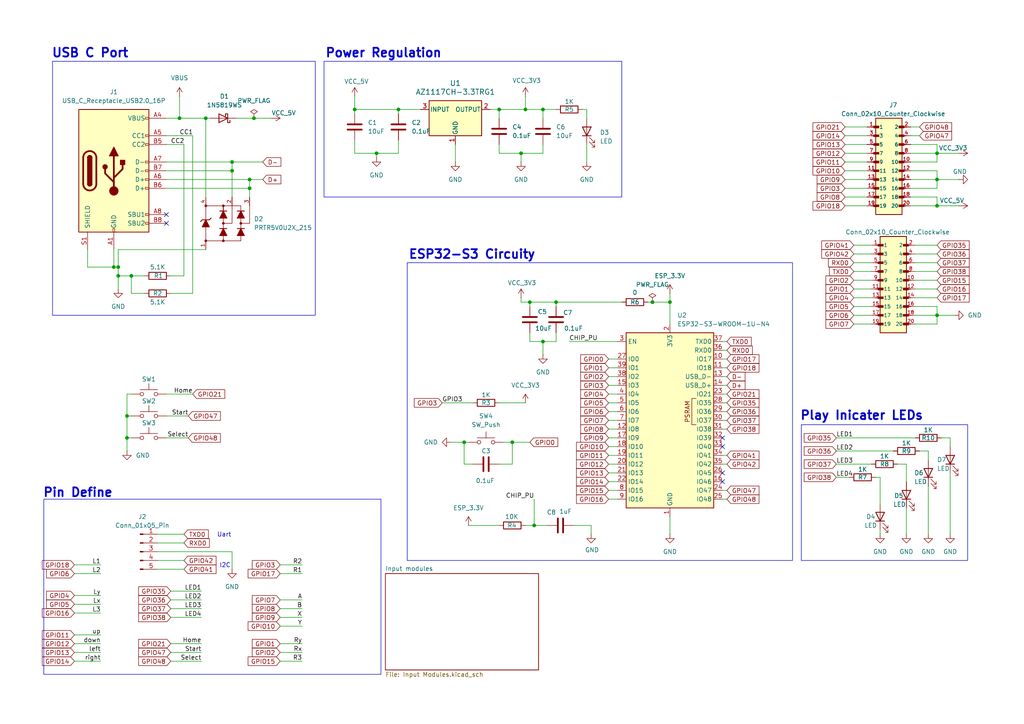
<source format=kicad_sch>
(kicad_sch (version 20250114) (generator "eeschema") (generator_version "9.0")
  (paper "A4")
  (title_block (title "MCU Carrier Board") (date "2025-09-26") (rev "0.6") (company "OSHE"))
  (rectangle (start 12.7 144.78) (end 110.49 195.58))
  (rectangle (start 15.24 17.78) (end 91.44 91.44))
  (rectangle (start 232.41 123.19) (end 280.67 162.56))
  (rectangle (start 118.11 76.2) (end 229.87 162.56))
  (rectangle (start 93.98 17.78) (end 180.34 57.15))
  (text "ESP32-S3 Circuity" (at 136.906 73.914 0) (effects (font (size 2.54 2.54) (thickness 0.508) (bold yes))))
  (text "Uart\n" (at 65.024 155.194 0) (effects (font (size 1.27 1.27))))
  (text "USB C Port" (at 26.162 15.494 0) (effects (font (size 2.54 2.54) (thickness 0.508) (bold yes))))
  (text "Play Inicater LEDs" (at 249.936 120.65 0) (effects (font (size 2.54 2.54) (thickness 0.508) (bold yes))))
  (text "I2C\n" (at 65.278 164.084 0) (effects (font (size 1.27 1.27))))
  (text "Power Regulation\n" (at 111.252 15.494 0) (effects (font (size 2.54 2.54) (thickness 0.508) (bold yes))))
  (text "Pin Define\n" (at 22.606 143.002 0) (effects (font (size 2.54 2.54) (thickness 0.508) (bold yes))))
  (junction (at 153.67 87.63))
  (junction (at 52.07 34.29))
  (junction (at 144.78 31.75))
  (junction (at 152.4 31.75))
  (junction (at 33.02 77.47))
  (junction (at 161.29 87.63))
  (junction (at 115.57 31.75))
  (junction (at 36.83 120.65))
  (junction (at 72.39 52.07))
  (junction (at 271.78 44.45))
  (junction (at 148.59 128.27))
  (junction (at 157.48 99.06))
  (junction (at 271.78 91.44))
  (junction (at 157.48 31.75))
  (junction (at 154.94 152.4))
  (junction (at 38.1 80.01))
  (junction (at 34.29 80.01))
  (junction (at 34.29 77.47))
  (junction (at 151.13 44.45))
  (junction (at 67.31 49.53))
  (junction (at 109.22 44.45))
  (junction (at 72.39 54.61))
  (junction (at 73.66 34.29))
  (junction (at 36.83 127))
  (junction (at 189.23 87.63))
  (junction (at 67.31 46.99))
  (junction (at 271.78 52.07))
  (junction (at 102.87 31.75))
  (junction (at 134.62 128.27))
  (junction (at 59.69 34.29))
  (junction (at 194.31 87.63))
  (junction (at 271.78 59.69))
  (no_connect (at 209.55 139.7))
  (no_connect (at 209.55 127))
  (no_connect (at 48.26 64.77))
  (no_connect (at 209.55 129.54))
  (no_connect (at 48.26 62.23))
  (no_connect (at 209.55 137.16))
  (wire (pts (xy 161.29 87.63) (xy 161.29 88.9)))
  (wire (pts (xy 247.65 78.74) (xy 252.73 78.74)))
  (wire (pts (xy 176.53 104.14) (xy 179.07 104.14)))
  (wire (pts (xy 81.28 191.77) (xy 87.63 191.77)))
  (wire (pts (xy 153.67 87.63) (xy 161.29 87.63)))
  (wire (pts (xy 134.62 128.27) (xy 134.62 134.62)))
  (wire (pts (xy 161.29 87.63) (xy 180.34 87.63)))
  (wire (pts (xy 245.11 46.99) (xy 251.46 46.99)))
  (wire (pts (xy 49.53 173.99) (xy 58.42 173.99)))
  (wire (pts (xy 210.82 106.68) (xy 209.55 106.68)))
  (wire (pts (xy 210.82 121.92) (xy 209.55 121.92)))
  (wire (pts (xy 210.82 134.62) (xy 209.55 134.62)))
  (wire (pts (xy 157.48 41.91) (xy 157.48 44.45)))
  (wire (pts (xy 153.67 99.06) (xy 157.48 99.06)))
  (wire (pts (xy 265.43 83.82) (xy 271.78 83.82)))
  (wire (pts (xy 264.16 52.07) (xy 271.78 52.07)))
  (wire (pts (xy 34.29 80.01) (xy 34.29 77.47)))
  (wire (pts (xy 144.78 41.91) (xy 144.78 44.45)))
  (wire (pts (xy 49.53 176.53) (xy 58.42 176.53)))
  (wire (pts (xy 102.87 33.02) (xy 102.87 31.75)))
  (wire (pts (xy 194.31 85.09) (xy 194.31 87.63)))
  (wire (pts (xy 176.53 132.08) (xy 179.07 132.08)))
  (wire (pts (xy 242.57 130.81) (xy 259.08 130.81)))
  (wire (pts (xy 34.29 83.82) (xy 34.29 80.01)))
  (wire (pts (xy 144.78 116.84) (xy 152.4 116.84)))
  (wire (pts (xy 21.59 163.83) (xy 29.21 163.83)))
  (wire (pts (xy 102.87 31.75) (xy 115.57 31.75)))
  (wire (pts (xy 210.82 132.08) (xy 209.55 132.08)))
  (wire (pts (xy 269.24 130.81) (xy 266.7 130.81)))
  (wire (pts (xy 154.94 152.4) (xy 154.94 144.78)))
  (wire (pts (xy 176.53 134.62) (xy 179.07 134.62)))
  (wire (pts (xy 81.28 189.23) (xy 87.63 189.23)))
  (wire (pts (xy 271.78 88.9) (xy 271.78 91.44)))
  (wire (pts (xy 245.11 41.91) (xy 251.46 41.91)))
  (wire (pts (xy 154.94 152.4) (xy 158.75 152.4)))
  (wire (pts (xy 210.82 124.46) (xy 209.55 124.46)))
  (wire (pts (xy 176.53 124.46) (xy 179.07 124.46)))
  (wire (pts (xy 170.18 41.91) (xy 170.18 46.99)))
  (wire (pts (xy 262.89 134.62) (xy 262.89 139.7)))
  (wire (pts (xy 134.62 128.27) (xy 135.89 128.27)))
  (wire (pts (xy 152.4 152.4) (xy 154.94 152.4)))
  (wire (pts (xy 264.16 57.15) (xy 271.78 57.15)))
  (wire (pts (xy 81.28 179.07) (xy 87.63 179.07)))
  (wire (pts (xy 34.29 72.39) (xy 34.29 77.47)))
  (wire (pts (xy 153.67 96.52) (xy 153.67 99.06)))
  (wire (pts (xy 48.26 49.53) (xy 67.31 49.53)))
  (wire (pts (xy 176.53 111.76) (xy 179.07 111.76)))
  (wire (pts (xy 21.59 184.15) (xy 29.21 184.15)))
  (wire (pts (xy 271.78 41.91) (xy 271.78 44.45)))
  (wire (pts (xy 170.18 31.75) (xy 168.91 31.75)))
  (wire (pts (xy 81.28 176.53) (xy 87.63 176.53)))
  (wire (pts (xy 176.53 137.16) (xy 179.07 137.16)))
  (wire (pts (xy 247.65 71.12) (xy 252.73 71.12)))
  (wire (pts (xy 245.11 39.37) (xy 251.46 39.37)))
  (wire (pts (xy 176.53 119.38) (xy 179.07 119.38)))
  (wire (pts (xy 265.43 93.98) (xy 271.78 93.98)))
  (wire (pts (xy 245.11 57.15) (xy 251.46 57.15)))
  (wire (pts (xy 109.22 44.45) (xy 109.22 45.72)))
  (wire (pts (xy 81.28 166.37) (xy 87.63 166.37)))
  (wire (pts (xy 73.66 34.29) (xy 78.74 34.29)))
  (wire (pts (xy 25.4 77.47) (xy 33.02 77.47)))
  (wire (pts (xy 59.69 34.29) (xy 60.96 34.29)))
  (wire (pts (xy 144.78 31.75) (xy 144.78 34.29)))
  (wire (pts (xy 48.26 39.37) (xy 55.88 39.37)))
  (wire (pts (xy 265.43 73.66) (xy 271.78 73.66)))
  (wire (pts (xy 52.07 34.29) (xy 59.69 34.29)))
  (wire (pts (xy 271.78 91.44) (xy 276.86 91.44)))
  (wire (pts (xy 247.65 83.82) (xy 252.73 83.82)))
  (wire (pts (xy 21.59 175.26) (xy 29.21 175.26)))
  (wire (pts (xy 171.45 154.94) (xy 171.45 152.4)))
  (wire (pts (xy 68.58 34.29) (xy 73.66 34.29)))
  (wire (pts (xy 245.11 52.07) (xy 251.46 52.07)))
  (wire (pts (xy 49.53 191.77) (xy 58.42 191.77)))
  (wire (pts (xy 210.82 101.6) (xy 209.55 101.6)))
  (wire (pts (xy 135.89 152.4) (xy 144.78 152.4)))
  (wire (pts (xy 247.65 73.66) (xy 252.73 73.66)))
  (wire (pts (xy 176.53 144.78) (xy 179.07 144.78)))
  (wire (pts (xy 36.83 114.3) (xy 38.1 114.3)))
  (wire (pts (xy 21.59 166.37) (xy 29.21 166.37)))
  (wire (pts (xy 148.59 128.27) (xy 146.05 128.27)))
  (wire (pts (xy 33.02 77.47) (xy 34.29 77.47)))
  (wire (pts (xy 247.65 86.36) (xy 252.73 86.36)))
  (wire (pts (xy 210.82 99.06) (xy 209.55 99.06)))
  (wire (pts (xy 194.31 149.86) (xy 194.31 154.94)))
  (wire (pts (xy 137.16 134.62) (xy 134.62 134.62)))
  (wire (pts (xy 48.26 127) (xy 54.61 127)))
  (wire (pts (xy 152.4 31.75) (xy 157.48 31.75)))
  (wire (pts (xy 247.65 93.98) (xy 252.73 93.98)))
  (wire (pts (xy 210.82 116.84) (xy 209.55 116.84)))
  (wire (pts (xy 115.57 31.75) (xy 121.92 31.75)))
  (wire (pts (xy 271.78 59.69) (xy 278.13 59.69)))
  (wire (pts (xy 262.89 134.62) (xy 260.35 134.62)))
  (wire (pts (xy 210.82 142.24) (xy 209.55 142.24)))
  (wire (pts (xy 245.11 54.61) (xy 251.46 54.61)))
  (wire (pts (xy 38.1 85.09) (xy 38.1 80.01)))
  (wire (pts (xy 176.53 127) (xy 179.07 127)))
  (wire (pts (xy 245.11 49.53) (xy 251.46 49.53)))
  (wire (pts (xy 21.59 191.77) (xy 29.21 191.77)))
  (wire (pts (xy 245.11 36.83) (xy 251.46 36.83)))
  (wire (pts (xy 109.22 44.45) (xy 102.87 44.45)))
  (wire (pts (xy 266.7 36.83) (xy 264.16 36.83)))
  (wire (pts (xy 36.83 120.65) (xy 38.1 120.65)))
  (wire (pts (xy 45.72 154.94) (xy 53.34 154.94)))
  (wire (pts (xy 36.83 120.65) (xy 36.83 114.3)))
  (wire (pts (xy 49.53 171.45) (xy 58.42 171.45)))
  (wire (pts (xy 275.59 137.16) (xy 275.59 154.94)))
  (wire (pts (xy 265.43 81.28) (xy 271.78 81.28)))
  (wire (pts (xy 36.83 120.65) (xy 36.83 127)))
  (wire (pts (xy 115.57 33.02) (xy 115.57 31.75)))
  (wire (pts (xy 33.02 72.39) (xy 33.02 77.47)))
  (wire (pts (xy 265.43 76.2) (xy 271.78 76.2)))
  (wire (pts (xy 271.78 49.53) (xy 271.78 52.07)))
  (wire (pts (xy 53.34 162.56) (xy 45.72 162.56)))
  (wire (pts (xy 265.43 71.12) (xy 271.78 71.12)))
  (wire (pts (xy 176.53 139.7) (xy 179.07 139.7)))
  (wire (pts (xy 21.59 189.23) (xy 29.21 189.23)))
  (wire (pts (xy 115.57 44.45) (xy 109.22 44.45)))
  (wire (pts (xy 176.53 121.92) (xy 179.07 121.92)))
  (wire (pts (xy 81.28 163.83) (xy 87.63 163.83)))
  (wire (pts (xy 264.16 54.61) (xy 271.78 54.61)))
  (wire (pts (xy 72.39 54.61) (xy 72.39 57.15)))
  (wire (pts (xy 271.78 46.99) (xy 271.78 44.45)))
  (wire (pts (xy 67.31 160.02) (xy 45.72 160.02)))
  (wire (pts (xy 153.67 87.63) (xy 153.67 88.9)))
  (wire (pts (xy 115.57 40.64) (xy 115.57 44.45)))
  (wire (pts (xy 171.45 152.4) (xy 166.37 152.4)))
  (wire (pts (xy 176.53 106.68) (xy 179.07 106.68)))
  (wire (pts (xy 189.23 87.63) (xy 194.31 87.63)))
  (wire (pts (xy 264.16 59.69) (xy 271.78 59.69)))
  (wire (pts (xy 247.65 81.28) (xy 252.73 81.28)))
  (wire (pts (xy 53.34 41.91) (xy 53.34 80.01)))
  (wire (pts (xy 81.28 173.99) (xy 87.63 173.99)))
  (wire (pts (xy 72.39 52.07) (xy 72.39 54.61)))
  (wire (pts (xy 130.81 128.27) (xy 134.62 128.27)))
  (wire (pts (xy 157.48 31.75) (xy 157.48 34.29)))
  (wire (pts (xy 151.13 44.45) (xy 157.48 44.45)))
  (wire (pts (xy 152.4 27.94) (xy 152.4 31.75)))
  (wire (pts (xy 255.27 153.67) (xy 255.27 154.94)))
  (wire (pts (xy 38.1 80.01) (xy 41.91 80.01)))
  (wire (pts (xy 53.34 165.1) (xy 45.72 165.1)))
  (wire (pts (xy 151.13 87.63) (xy 153.67 87.63)))
  (wire (pts (xy 275.59 127) (xy 275.59 129.54)))
  (wire (pts (xy 49.53 186.69) (xy 58.42 186.69)))
  (wire (pts (xy 48.26 52.07) (xy 72.39 52.07)))
  (wire (pts (xy 210.82 119.38) (xy 209.55 119.38)))
  (wire (pts (xy 157.48 99.06) (xy 157.48 102.87)))
  (wire (pts (xy 21.59 172.72) (xy 29.21 172.72)))
  (wire (pts (xy 144.78 44.45) (xy 151.13 44.45)))
  (wire (pts (xy 176.53 109.22) (xy 179.07 109.22)))
  (wire (pts (xy 144.78 31.75) (xy 152.4 31.75)))
  (wire (pts (xy 142.24 31.75) (xy 144.78 31.75)))
  (wire (pts (xy 157.48 31.75) (xy 161.29 31.75)))
  (wire (pts (xy 48.26 114.3) (xy 55.88 114.3)))
  (wire (pts (xy 269.24 140.97) (xy 269.24 154.94)))
  (wire (pts (xy 41.91 85.09) (xy 38.1 85.09)))
  (wire (pts (xy 67.31 46.99) (xy 67.31 49.53)))
  (wire (pts (xy 265.43 86.36) (xy 271.78 86.36)))
  (wire (pts (xy 210.82 104.14) (xy 209.55 104.14)))
  (wire (pts (xy 265.43 78.74) (xy 271.78 78.74)))
  (wire (pts (xy 176.53 114.3) (xy 179.07 114.3)))
  (wire (pts (xy 187.96 87.63) (xy 189.23 87.63)))
  (wire (pts (xy 210.82 109.22) (xy 209.55 109.22)))
  (wire (pts (xy 81.28 181.61) (xy 87.63 181.61)))
  (wire (pts (xy 52.07 27.94) (xy 52.07 34.29)))
  (wire (pts (xy 151.13 86.36) (xy 151.13 87.63)))
  (wire (pts (xy 49.53 189.23) (xy 58.42 189.23)))
  (wire (pts (xy 194.31 93.98) (xy 194.31 87.63)))
  (wire (pts (xy 148.59 128.27) (xy 153.67 128.27)))
  (wire (pts (xy 67.31 165.1) (xy 67.31 160.02)))
  (wire (pts (xy 271.78 93.98) (xy 271.78 91.44)))
  (wire (pts (xy 170.18 31.75) (xy 170.18 34.29)))
  (wire (pts (xy 76.2 52.07) (xy 72.39 52.07)))
  (wire (pts (xy 176.53 129.54) (xy 179.07 129.54)))
  (wire (pts (xy 21.59 177.8) (xy 29.21 177.8)))
  (wire (pts (xy 48.26 34.29) (xy 52.07 34.29)))
  (wire (pts (xy 210.82 114.3) (xy 209.55 114.3)))
  (wire (pts (xy 242.57 134.62) (xy 252.73 134.62)))
  (wire (pts (xy 264.16 44.45) (xy 271.78 44.45)))
  (wire (pts (xy 264.16 41.91) (xy 271.78 41.91)))
  (wire (pts (xy 247.65 88.9) (xy 252.73 88.9)))
  (wire (pts (xy 176.53 142.24) (xy 179.07 142.24)))
  (wire (pts (xy 242.57 138.43) (xy 246.38 138.43)))
  (wire (pts (xy 271.78 52.07) (xy 278.13 52.07)))
  (wire (pts (xy 165.1 99.06) (xy 179.07 99.06)))
  (wire (pts (xy 102.87 27.94) (xy 102.87 31.75)))
  (wire (pts (xy 25.4 72.39) (xy 25.4 77.47)))
  (wire (pts (xy 271.78 44.45) (xy 278.13 44.45)))
  (wire (pts (xy 148.59 134.62) (xy 148.59 128.27)))
  (wire (pts (xy 34.29 72.39) (xy 59.69 72.39)))
  (wire (pts (xy 161.29 96.52) (xy 161.29 99.06)))
  (wire (pts (xy 245.11 59.69) (xy 251.46 59.69)))
  (wire (pts (xy 210.82 111.76) (xy 209.55 111.76)))
  (wire (pts (xy 45.72 157.48) (xy 53.34 157.48)))
  (wire (pts (xy 76.2 46.99) (xy 67.31 46.99)))
  (wire (pts (xy 265.43 88.9) (xy 271.78 88.9)))
  (wire (pts (xy 255.27 138.43) (xy 255.27 146.05)))
  (wire (pts (xy 247.65 76.2) (xy 252.73 76.2)))
  (wire (pts (xy 210.82 144.78) (xy 209.55 144.78)))
  (wire (pts (xy 67.31 49.53) (xy 67.31 57.15)))
  (wire (pts (xy 55.88 85.09) (xy 49.53 85.09)))
  (wire (pts (xy 271.78 59.69) (xy 271.78 57.15)))
  (wire (pts (xy 255.27 138.43) (xy 254 138.43)))
  (wire (pts (xy 67.31 46.99) (xy 48.26 46.99)))
  (wire (pts (xy 266.7 39.37) (xy 264.16 39.37)))
  (wire (pts (xy 48.26 54.61) (xy 72.39 54.61)))
  (wire (pts (xy 262.89 147.32) (xy 262.89 154.94)))
  (wire (pts (xy 269.24 130.81) (xy 269.24 133.35)))
  (wire (pts (xy 102.87 40.64) (xy 102.87 44.45)))
  (wire (pts (xy 245.11 44.45) (xy 251.46 44.45)))
  (wire (pts (xy 247.65 91.44) (xy 252.73 91.44)))
  (wire (pts (xy 128.27 116.84) (xy 137.16 116.84)))
  (wire (pts (xy 264.16 49.53) (xy 271.78 49.53)))
  (wire (pts (xy 36.83 127) (xy 36.83 130.81)))
  (wire (pts (xy 55.88 39.37) (xy 55.88 85.09)))
  (wire (pts (xy 34.29 80.01) (xy 38.1 80.01)))
  (wire (pts (xy 157.48 99.06) (xy 161.29 99.06)))
  (wire (pts (xy 144.78 134.62) (xy 148.59 134.62)))
  (wire (pts (xy 59.69 34.29) (xy 59.69 57.15)))
  (wire (pts (xy 271.78 54.61) (xy 271.78 52.07)))
  (wire (pts (xy 53.34 80.01) (xy 49.53 80.01)))
  (wire (pts (xy 36.83 127) (xy 38.1 127)))
  (wire (pts (xy 49.53 179.07) (xy 58.42 179.07)))
  (wire (pts (xy 54.61 120.65) (xy 48.26 120.65)))
  (wire (pts (xy 81.28 186.69) (xy 87.63 186.69)))
  (wire (pts (xy 132.08 41.91) (xy 132.08 46.99)))
  (wire (pts (xy 265.43 91.44) (xy 271.78 91.44)))
  (wire (pts (xy 275.59 127) (xy 273.05 127)))
  (wire (pts (xy 176.53 116.84) (xy 179.07 116.84)))
  (wire (pts (xy 48.26 41.91) (xy 53.34 41.91)))
  (wire (pts (xy 21.59 186.69) (xy 29.21 186.69)))
  (wire (pts (xy 264.16 46.99) (xy 271.78 46.99)))
  (wire (pts (xy 242.57 127) (xy 265.43 127)))
  (wire (pts (xy 151.13 44.45) (xy 151.13 46.99)))
  (label "LED1" (at 242.57 127 0))
  (label "GPIO3" (at 128.27 116.84 0))
  (label "L3" (at 29.21 177.8 180))
  (label "LED2" (at 242.57 130.81 0))
  (label "R1" (at 87.63 166.37 180))
  (label "Rx" (at 87.63 189.23 180))
  (label "Start" (at 54.61 120.65 180))
  (label "CHIP_PU" (at 154.94 144.78 180))
  (label "CC2" (at 49.53 41.91 0))
  (label "CC1" (at 52.07 39.37 0))
  (label "L2" (at 29.21 166.37 180))
  (label "Lx" (at 29.21 175.26 180))
  (label "X" (at 87.63 179.07 180))
  (label "left" (at 29.21 189.23 180))
  (label "Ry" (at 87.63 186.69 180))
  (label "LED4" (at 58.42 179.07 180))
  (label "LED4" (at 242.57 138.43 0))
  (label "LED1" (at 58.42 171.45 180))
  (label "Select" (at 54.61 127 180))
  (label "down" (at 29.21 186.69 180))
  (label "Y" (at 87.63 181.61 180))
  (label "LED3" (at 58.42 176.53 180))
  (label "LED2" (at 58.42 173.99 180))
  (label "Home" (at 55.88 114.3 180))
  (label "Start" (at 58.42 189.23 180))
  (label "LED3" (at 242.57 134.62 0))
  (label "CHIP_PU" (at 165.1 99.06 0))
  (label "B" (at 87.63 176.53 180))
  (label "R3" (at 87.63 191.77 180))
  (label "up" (at 29.21 184.15 180))
  (label "A" (at 87.63 173.99 180))
  (label "R2" (at 87.63 163.83 180))
  (label "Home" (at 58.42 186.69 180))
  (label "right" (at 29.21 191.77 180))
  (label "Select" (at 58.42 191.77 180))
  (label "L1" (at 29.21 163.83 180))
  (label "Ly" (at 29.21 172.72 180))
  (global_label "GPIO2" (shape input) (at 247.65 81.28 180) (property "Intersheetrefs" "${INTERSHEET_REFS}" (effects (hide yes))))
  (global_label "GPIO48" (shape input) (at 54.61 127 0) (property "Intersheetrefs" "${INTERSHEET_REFS}" (effects (hide yes))))
  (global_label "GPIO15" (shape input) (at 176.53 142.24 180) (property "Intersheetrefs" "${INTERSHEET_REFS}" (effects (hide yes))))
  (global_label "GPIO2" (shape input) (at 81.28 189.23 180) (property "Intersheetrefs" "${INTERSHEET_REFS}" (effects (hide yes))))
  (global_label "GPIO10" (shape input) (at 81.28 181.61 180) (property "Intersheetrefs" "${INTERSHEET_REFS}" (effects (hide yes))))
  (global_label "GPIO14" (shape input) (at 176.53 139.7 180) (property "Intersheetrefs" "${INTERSHEET_REFS}" (effects (hide yes))))
  (global_label "GPIO41" (shape input) (at 210.82 132.08 0) (property "Intersheetrefs" "${INTERSHEET_REFS}" (effects (hide yes))))
  (global_label "GPIO16" (shape input) (at 21.59 177.8 180) (property "Intersheetrefs" "${INTERSHEET_REFS}" (effects (hide yes))))
  (global_label "GPIO38" (shape input) (at 242.57 138.43 180) (property "Intersheetrefs" "${INTERSHEET_REFS}" (effects (hide yes))))
  (global_label "GPIO38" (shape input) (at 49.53 179.07 180) (property "Intersheetrefs" "${INTERSHEET_REFS}" (effects (hide yes))))
  (global_label "GPIO6" (shape input) (at 21.59 166.37 180) (property "Intersheetrefs" "${INTERSHEET_REFS}" (effects (hide yes))))
  (global_label "GPIO8" (shape input) (at 176.53 124.46 180) (property "Intersheetrefs" "${INTERSHEET_REFS}" (effects (hide yes))))
  (global_label "GPIO3" (shape input) (at 176.53 111.76 180) (property "Intersheetrefs" "${INTERSHEET_REFS}" (effects (hide yes))))
  (global_label "GPIO11" (shape input) (at 21.59 184.15 180) (property "Intersheetrefs" "${INTERSHEET_REFS}" (effects (hide yes))))
  (global_label "GPIO37" (shape input) (at 49.53 176.53 180) (property "Intersheetrefs" "${INTERSHEET_REFS}" (effects (hide yes))))
  (global_label "D-" (shape input) (at 210.82 109.22 0) (property "Intersheetrefs" "${INTERSHEET_REFS}" (effects (hide yes))))
  (global_label "GPIO12" (shape input) (at 21.59 186.69 180) (property "Intersheetrefs" "${INTERSHEET_REFS}" (effects (hide yes))))
  (global_label "D+" (shape input) (at 76.2 52.07 0) (property "Intersheetrefs" "${INTERSHEET_REFS}" (effects (hide yes))))
  (global_label "RXD0" (shape input) (at 247.65 76.2 180) (property "Intersheetrefs" "${INTERSHEET_REFS}" (effects (hide yes))))
  (global_label "GPIO0" (shape input) (at 176.53 104.14 180) (property "Intersheetrefs" "${INTERSHEET_REFS}" (effects (hide yes))))
  (global_label "GPIO8" (shape input) (at 81.28 176.53 180) (property "Intersheetrefs" "${INTERSHEET_REFS}" (effects (hide yes))))
  (global_label "GPIO9" (shape input) (at 245.11 52.07 180) (property "Intersheetrefs" "${INTERSHEET_REFS}" (effects (hide yes))))
  (global_label "GPIO14" (shape input) (at 245.11 39.37 180) (property "Intersheetrefs" "${INTERSHEET_REFS}" (effects (hide yes))))
  (global_label "GPIO14" (shape input) (at 21.59 191.77 180) (property "Intersheetrefs" "${INTERSHEET_REFS}" (effects (hide yes))))
  (global_label "GPIO1" (shape input) (at 176.53 106.68 180) (property "Intersheetrefs" "${INTERSHEET_REFS}" (effects (hide yes))))
  (global_label "GPIO36" (shape input) (at 242.57 130.81 180) (property "Intersheetrefs" "${INTERSHEET_REFS}" (effects (hide yes))))
  (global_label "GPIO0" (shape input) (at 153.67 128.27 0) (property "Intersheetrefs" "${INTERSHEET_REFS}" (effects (hide yes))))
  (global_label "GPIO4" (shape input) (at 247.65 86.36 180) (property "Intersheetrefs" "${INTERSHEET_REFS}" (effects (hide yes))))
  (global_label "GPIO15" (shape input) (at 81.28 191.77 180) (property "Intersheetrefs" "${INTERSHEET_REFS}" (effects (hide yes))))
  (global_label "TXD0" (shape input) (at 53.34 154.94 0) (property "Intersheetrefs" "${INTERSHEET_REFS}" (effects (hide yes))))
  (global_label "GPIO41" (shape input) (at 247.65 71.12 180) (property "Intersheetrefs" "${INTERSHEET_REFS}" (effects (hide yes))))
  (global_label "GPIO17" (shape input) (at 210.82 104.14 0) (property "Intersheetrefs" "${INTERSHEET_REFS}" (effects (hide yes))))
  (global_label "GPIO21" (shape input) (at 210.82 114.3 0) (property "Intersheetrefs" "${INTERSHEET_REFS}" (effects (hide yes))))
  (global_label "GPIO13" (shape input) (at 21.59 189.23 180) (property "Intersheetrefs" "${INTERSHEET_REFS}" (effects (hide yes))))
  (global_label "RXD0" (shape input) (at 53.34 157.48 0) (property "Intersheetrefs" "${INTERSHEET_REFS}" (effects (hide yes))))
  (global_label "GPIO35" (shape input) (at 49.53 171.45 180) (property "Intersheetrefs" "${INTERSHEET_REFS}" (effects (hide yes))))
  (global_label "GPIO3" (shape input) (at 128.27 116.84 180) (property "Intersheetrefs" "${INTERSHEET_REFS}" (effects (hide yes))))
  (global_label "GPIO11" (shape input) (at 245.11 46.99 180) (property "Intersheetrefs" "${INTERSHEET_REFS}" (effects (hide yes))))
  (global_label "GPIO16" (shape input) (at 176.53 144.78 180) (property "Intersheetrefs" "${INTERSHEET_REFS}" (effects (hide yes))))
  (global_label "GPIO12" (shape input) (at 176.53 134.62 180) (property "Intersheetrefs" "${INTERSHEET_REFS}" (effects (hide yes))))
  (global_label "GPIO7" (shape input) (at 247.65 93.98 180) (property "Intersheetrefs" "${INTERSHEET_REFS}" (effects (hide yes))))
  (global_label "GPIO9" (shape input) (at 81.28 179.07 180) (property "Intersheetrefs" "${INTERSHEET_REFS}" (effects (hide yes))))
  (global_label "TXD0" (shape input) (at 247.65 78.74 180) (property "Intersheetrefs" "${INTERSHEET_REFS}" (effects (hide yes))))
  (global_label "GPIO37" (shape input) (at 242.57 134.62 180) (property "Intersheetrefs" "${INTERSHEET_REFS}" (effects (hide yes))))
  (global_label "GPIO18" (shape input) (at 210.82 106.68 0) (property "Intersheetrefs" "${INTERSHEET_REFS}" (effects (hide yes))))
  (global_label "GPIO3" (shape input) (at 245.11 54.61 180) (property "Intersheetrefs" "${INTERSHEET_REFS}" (effects (hide yes))))
  (global_label "GPIO18" (shape input) (at 245.11 59.69 180) (property "Intersheetrefs" "${INTERSHEET_REFS}" (effects (hide yes))))
  (global_label "GPIO13" (shape input) (at 245.11 41.91 180) (property "Intersheetrefs" "${INTERSHEET_REFS}" (effects (hide yes))))
  (global_label "GPIO36" (shape input) (at 271.78 73.66 0) (property "Intersheetrefs" "${INTERSHEET_REFS}" (effects (hide yes))))
  (global_label "GPIO17" (shape input) (at 81.28 166.37 180) (property "Intersheetrefs" "${INTERSHEET_REFS}" (effects (hide yes))))
  (global_label "D-" (shape input) (at 76.2 46.99 0) (property "Intersheetrefs" "${INTERSHEET_REFS}" (effects (hide yes))))
  (global_label "GPIO5" (shape input) (at 21.59 175.26 180) (property "Intersheetrefs" "${INTERSHEET_REFS}" (effects (hide yes))))
  (global_label "GPIO38" (shape input) (at 271.78 78.74 0) (property "Intersheetrefs" "${INTERSHEET_REFS}" (effects (hide yes))))
  (global_label "GPIO15" (shape input) (at 271.78 81.28 0) (property "Intersheetrefs" "${INTERSHEET_REFS}" (effects (hide yes))))
  (global_label "GPIO42" (shape input) (at 210.82 134.62 0) (property "Intersheetrefs" "${INTERSHEET_REFS}" (effects (hide yes))))
  (global_label "GPIO47" (shape input) (at 54.61 120.65 0) (property "Intersheetrefs" "${INTERSHEET_REFS}" (effects (hide yes))))
  (global_label "GPIO4" (shape input) (at 21.59 172.72 180) (property "Intersheetrefs" "${INTERSHEET_REFS}" (effects (hide yes))))
  (global_label "GPIO8" (shape input) (at 245.11 57.15 180) (property "Intersheetrefs" "${INTERSHEET_REFS}" (effects (hide yes))))
  (global_label "GPIO35" (shape input) (at 271.78 71.12 0) (property "Intersheetrefs" "${INTERSHEET_REFS}" (effects (hide yes))))
  (global_label "GPIO2" (shape input) (at 176.53 109.22 180) (property "Intersheetrefs" "${INTERSHEET_REFS}" (effects (hide yes))))
  (global_label "GPIO41" (shape input) (at 53.34 165.1 0) (property "Intersheetrefs" "${INTERSHEET_REFS}" (effects (hide yes))))
  (global_label "RXD0" (shape input) (at 210.82 101.6 0) (property "Intersheetrefs" "${INTERSHEET_REFS}" (effects (hide yes))))
  (global_label "TXD0" (shape input) (at 210.82 99.06 0) (property "Intersheetrefs" "${INTERSHEET_REFS}" (effects (hide yes))))
  (global_label "GPIO48" (shape input) (at 266.7 36.83 0) (property "Intersheetrefs" "${INTERSHEET_REFS}" (effects (hide yes))))
  (global_label "GPIO10" (shape input) (at 176.53 129.54 180) (property "Intersheetrefs" "${INTERSHEET_REFS}" (effects (hide yes))))
  (global_label "GPIO7" (shape input) (at 81.28 173.99 180) (property "Intersheetrefs" "${INTERSHEET_REFS}" (effects (hide yes))))
  (global_label "GPIO9" (shape input) (at 176.53 127 180) (property "Intersheetrefs" "${INTERSHEET_REFS}" (effects (hide yes))))
  (global_label "GPIO7" (shape input) (at 176.53 121.92 180) (property "Intersheetrefs" "${INTERSHEET_REFS}" (effects (hide yes))))
  (global_label "GPIO47" (shape input) (at 266.7 39.37 0) (property "Intersheetrefs" "${INTERSHEET_REFS}" (effects (hide yes))))
  (global_label "GPIO13" (shape input) (at 176.53 137.16 180) (property "Intersheetrefs" "${INTERSHEET_REFS}" (effects (hide yes))))
  (global_label "GPIO6" (shape input) (at 176.53 119.38 180) (property "Intersheetrefs" "${INTERSHEET_REFS}" (effects (hide yes))))
  (global_label "GPIO1" (shape input) (at 247.65 83.82 180) (property "Intersheetrefs" "${INTERSHEET_REFS}" (effects (hide yes))))
  (global_label "GPIO10" (shape input) (at 245.11 49.53 180) (property "Intersheetrefs" "${INTERSHEET_REFS}" (effects (hide yes))))
  (global_label "GPIO18" (shape input) (at 21.59 163.83 180) (property "Intersheetrefs" "${INTERSHEET_REFS}" (effects (hide yes))))
  (global_label "GPIO6" (shape input) (at 247.65 91.44 180) (property "Intersheetrefs" "${INTERSHEET_REFS}" (effects (hide yes))))
  (global_label "GPIO37" (shape input) (at 271.78 76.2 0) (property "Intersheetrefs" "${INTERSHEET_REFS}" (effects (hide yes))))
  (global_label "GPIO35" (shape input) (at 210.82 116.84 0) (property "Intersheetrefs" "${INTERSHEET_REFS}" (effects (hide yes))))
  (global_label "GPIO36" (shape input) (at 210.82 119.38 0) (property "Intersheetrefs" "${INTERSHEET_REFS}" (effects (hide yes))))
  (global_label "GPIO37" (shape input) (at 210.82 121.92 0) (property "Intersheetrefs" "${INTERSHEET_REFS}" (effects (hide yes))))
  (global_label "GPIO48" (shape input) (at 210.82 144.78 0) (property "Intersheetrefs" "${INTERSHEET_REFS}" (effects (hide yes))))
  (global_label "GPIO42" (shape input) (at 53.34 162.56 0) (property "Intersheetrefs" "${INTERSHEET_REFS}" (effects (hide yes))))
  (global_label "GPIO17" (shape input) (at 271.78 86.36 0) (property "Intersheetrefs" "${INTERSHEET_REFS}" (effects (hide yes))))
  (global_label "GPIO1" (shape input) (at 81.28 186.69 180) (property "Intersheetrefs" "${INTERSHEET_REFS}" (effects (hide yes))))
  (global_label "GPIO42" (shape input) (at 247.65 73.66 180) (property "Intersheetrefs" "${INTERSHEET_REFS}" (effects (hide yes))))
  (global_label "GPIO16" (shape input) (at 271.78 83.82 0) (property "Intersheetrefs" "${INTERSHEET_REFS}" (effects (hide yes))))
  (global_label "GPIO5" (shape input) (at 247.65 88.9 180) (property "Intersheetrefs" "${INTERSHEET_REFS}" (effects (hide yes))))
  (global_label "GPIO38" (shape input) (at 210.82 124.46 0) (property "Intersheetrefs" "${INTERSHEET_REFS}" (effects (hide yes))))
  (global_label "GPIO36" (shape input) (at 49.53 173.99 180) (property "Intersheetrefs" "${INTERSHEET_REFS}" (effects (hide yes))))
  (global_label "GPIO47" (shape input) (at 49.53 189.23 180) (property "Intersheetrefs" "${INTERSHEET_REFS}" (effects (hide yes))))
  (global_label "GPIO5" (shape input) (at 176.53 116.84 180) (property "Intersheetrefs" "${INTERSHEET_REFS}" (effects (hide yes))))
  (global_label "GPIO3" (shape input) (at 81.28 163.83 180) (property "Intersheetrefs" "${INTERSHEET_REFS}" (effects (hide yes))))
  (global_label "GPIO21" (shape input) (at 49.53 186.69 180) (property "Intersheetrefs" "${INTERSHEET_REFS}" (effects (hide yes))))
  (global_label "GPIO4" (shape input) (at 176.53 114.3 180) (property "Intersheetrefs" "${INTERSHEET_REFS}" (effects (hide yes))))
  (global_label "GPIO47" (shape input) (at 210.82 142.24 0) (property "Intersheetrefs" "${INTERSHEET_REFS}" (effects (hide yes))))
  (global_label "GPIO21" (shape input) (at 245.11 36.83 180) (property "Intersheetrefs" "${INTERSHEET_REFS}" (effects (hide yes))))
  (global_label "GPIO21" (shape input) (at 55.88 114.3 0) (property "Intersheetrefs" "${INTERSHEET_REFS}" (effects (hide yes))))
  (global_label "D+" (shape input) (at 210.82 111.76 0) (property "Intersheetrefs" "${INTERSHEET_REFS}" (effects (hide yes))))
  (global_label "GPIO12" (shape input) (at 245.11 44.45 180) (property "Intersheetrefs" "${INTERSHEET_REFS}" (effects (hide yes))))
  (global_label "GPIO35" (shape input) (at 242.57 127 180) (property "Intersheetrefs" "${INTERSHEET_REFS}" (effects (hide yes))))
  (global_label "GPIO11" (shape input) (at 176.53 132.08 180) (property "Intersheetrefs" "${INTERSHEET_REFS}" (effects (hide yes))))
  (global_label "GPIO48" (shape input) (at 49.53 191.77 180) (property "Intersheetrefs" "${INTERSHEET_REFS}" (effects (hide yes))))
  (symbol (lib_id "Library:PWR_FLAG") (at 73.66 34.29 0) (unit 1)
    (property "Reference" "#FLG01" (effects (hide yes)))
    (property "Value" "PWR_FLAG" (at 73.66 29.21 0))
    (property "Description" "Special symbol for telling ERC where power comes from" (effects (hide yes)))
  )
  (symbol (lib_id "Library:+3.3V") (at 135.89 152.4 0) (unit 1)
    (property "Reference" "#PWR010" (effects (hide yes)))
    (property "Value" "ESP_3.3V" (at 135.89 147.32 0))
    (property "Description" "Power symbol creates a global label with name \"+3.3V\"" (effects (hide yes)))
  )
  (symbol (lib_id "Library:+3V3") (at 151.13 86.36 0) (unit 1)
    (property "Reference" "#PWR013" (effects (hide yes)))
    (property "Value" "VCC_3V3" (at 151.384 82.042 0))
    (property "Description" "Power symbol creates a global label with name \"+3V3\"" (effects (hide yes)))
  )
  (symbol (lib_id "Library:GND") (at 151.13 46.99 0) (unit 1)
    (property "Reference" "#PWR012" (effects (hide yes)))
    (property "Value" "GND" (at 151.13 52.07 0))
    (property "Description" "Power symbol creates a global label with name \"GND\" , ground" (effects (hide yes)))
  )
  (symbol (lib_id "Library:1N5819WS") (at 64.77 34.29 180) (unit 1)
    (property "Reference" "D1" (at 65.0875 27.94 0))
    (property "Value" "1N5819WS" (at 65.0875 30.48 0))
    (property "Footprint" "Diode_SMD:D_SOD-323" (effects (hide yes)))
    (property "Datasheet" "https://datasheet.lcsc.com/lcsc/2204281430_Guangdong-Hottech-1N5819WS_C191023.pdf" (effects (hide yes)))
    (property "Description" "40V 600mV@1A 1A SOD-323 Schottky Barrier Diodes, SOD-323" (effects (hide yes)))
  )
  (symbol (lib_id "Library:R") (at 256.54 134.62 90) (unit 1) (on_board no)
    (property "Reference" "R8" (at 256.54 134.62 90))
    (property "Value" "1K" (at 256.54 132.334 90))
    (property "Footprint" "Resistor_SMD:R_0603_1608Metric_Pad0.98x0.95mm_HandSolder" (effects (hide yes)))
    (property "Description" "Resistor" (effects (hide yes)))
  )
  (symbol (lib_id "Library:VBUS") (at 52.07 27.94 0) (unit 1)
    (property "Reference" "#PWR03" (effects (hide yes)))
    (property "Value" "VBUS" (at 52.07 22.606 0))
    (property "Description" "Power symbol creates a global label with name \"VBUS\"" (effects (hide yes)))
  )
  (symbol (lib_id "DF40C:DF40C-20DP-0.4V_51_") (at 257.81 46.99 0) (unit 1)
    (property "Reference" "J7" (at 259.08 30.48 0))
    (property "Value" "Conn_02x10_Counter_Clockwise" (at 259.08 33.02 0))
    (property "Footprint" "DF40C:HRS_DF40C-20DP-0.4V_51_" (effects (hide yes)))
    (property "Description" "Generic connector, double row, 02x10, odd/even pin numbering scheme (row 1 odd numbers, row 2 even numbers), script generated (kicad-library-utils/schlib/autogen/connector/)" (effects (hide yes)))
    (property "PARTREV" "02/2020" (effects (hide yes)))
    (property "STANDARD" "Manufacturer Recommendations" (effects (hide yes)))
    (property "MAXIMUM_PACKAGE_HEIGHT" "1.29mm" (effects (hide yes)))
    (property "MANUFACTURER" "Hirose Electric" (effects (hide yes)))
  )
  (symbol (lib_id "Library:+5V") (at 102.87 27.94 0) (unit 1)
    (property "Reference" "#PWR06" (effects (hide yes)))
    (property "Value" "VCC_5V" (at 99.822 23.622 0) (effects (justify left)))
    (property "Description" "Power symbol creates a global label with name \"+5V\"" (effects (hide yes)))
  )
  (symbol (lib_id "Library:GND") (at 132.08 46.99 0) (unit 1)
    (property "Reference" "#PWR09" (effects (hide yes)))
    (property "Value" "GND" (at 132.08 52.07 0))
    (property "Description" "Power symbol creates a global label with name \"GND\" , ground" (effects (hide yes)))
  )
  (symbol (lib_id "Library:SW_Push") (at 140.97 128.27 0) (unit 1)
    (property "Reference" "SW4" (at 140.97 120.65 0))
    (property "Value" "SW_Push" (at 140.97 123.19 0))
    (property "Footprint" "Button_Switch_SMD:SW_Push_1P1T_XKB_TS-1187A" (effects (hide yes)))
    (property "Description" "Push button switch, generic, two pins" (effects (hide yes)))
  )
  (symbol (lib_id "Library:R") (at 184.15 87.63 90) (unit 1)
    (property "Reference" "R6" (at 184.15 87.63 90))
    (property "Value" "0" (at 184.15 84.836 90))
    (property "Footprint" "Jumper:SolderJumper-2_P1.3mm_Open_RoundedPad1.0x1.5mm" (effects (hide yes)))
    (property "Description" "Resistor" (effects (hide yes)))
  )
  (symbol (lib_id "Library:+3V3") (at 152.4 116.84 0) (unit 1)
    (property "Reference" "#PWR011" (effects (hide yes)))
    (property "Value" "VCC_3V3" (at 152.4 111.76 0))
    (property "Description" "Power symbol creates a global label with name \"+3V3\"" (effects (hide yes)))
  )
  (symbol (lib_id "Library:R") (at 45.72 85.09 90) (unit 1)
    (property "Reference" "R2" (at 45.72 85.09 90))
    (property "Value" "5.1K" (at 45.72 87.63 90))
    (property "Footprint" "Resistor_SMD:R_0603_1608Metric_Pad0.98x0.95mm_HandSolder" (effects (hide yes)))
    (property "Description" "Resistor" (effects (hide yes)))
  )
  (symbol (lib_id "Library:C") (at 140.97 134.62 90) (unit 1)
    (property "Reference" "C3" (at 140.97 130.81 90))
    (property "Value" "0.1uF" (at 140.716 139.446 90))
    (property "Footprint" "Capacitor_SMD:C_0603_1608Metric_Pad1.08x0.95mm_HandSolder" (effects (hide yes)))
    (property "Description" "Unpolarized capacitor" (effects (hide yes)))
  )
  (symbol (lib_id "Library:GND") (at 275.59 154.94 0) (unit 1)
    (property "Reference" "#PWR025" (effects (hide yes)))
    (property "Value" "GND" (at 275.59 160.02 0))
    (property "Description" "Power symbol creates a global label with name \"GND\" , ground" (effects (hide yes)))
  )
  (symbol (lib_id "Library:GND") (at 34.29 83.82 0) (unit 1)
    (property "Reference" "#PWR01" (effects (hide yes)))
    (property "Value" "GND" (at 34.29 88.9 0))
    (property "Description" "Power symbol creates a global label with name \"GND\" , ground" (effects (hide yes)))
  )
  (symbol (lib_id "Library:R") (at 165.1 31.75 90) (unit 1)
    (property "Reference" "R5" (at 165.1 31.75 90))
    (property "Value" "1K" (at 165.1 29.464 90))
    (property "Footprint" "Resistor_SMD:R_0603_1608Metric_Pad0.98x0.95mm_HandSolder" (effects (hide yes)))
    (property "Description" "Resistor" (effects (hide yes)))
  )
  (symbol (lib_id "Library:R") (at 262.89 130.81 90) (unit 1) (on_board no)
    (property "Reference" "R9" (at 262.89 130.81 90))
    (property "Value" "1K" (at 262.89 128.524 90))
    (property "Footprint" "Resistor_SMD:R_0603_1608Metric_Pad0.98x0.95mm_HandSolder" (effects (hide yes)))
    (property "Description" "Resistor" (effects (hide yes)))
  )
  (symbol (lib_id "Library:+3V3") (at 152.4 27.94 0) (unit 1)
    (property "Reference" "#PWR014" (effects (hide yes)))
    (property "Value" "VCC_3V3" (at 148.59 23.368 0) (effects (justify left)))
    (property "Description" "Power symbol creates a global label with name \"+3V3\"" (effects (hide yes)))
  )
  (symbol (lib_id "PRTR5V0U2X_215:PRTR5V0U2X_215") (at 64.77 64.77 0) (unit 1)
    (property "Reference" "D2" (at 73.66 63.4999 0) (effects (justify left)))
    (property "Value" "PRTR5V0U2X_215" (at 73.66 66.0399 0) (effects (justify left)))
    (property "Footprint" "PRTR5V0U2X_215:PRTR5V0U2X_215" (effects (hide yes)))
  )
  (symbol (lib_id "Library:LED") (at 255.27 149.86 90) (unit 1) (on_board no)
    (property "Reference" "D4" (at 251.206 149.86 90) (effects (justify right)))
    (property "Value" "LED" (at 250.698 152.4 90) (effects (justify right)))
    (property "Footprint" "LED_SMD:LED_0603_1608Metric_Pad1.05x0.95mm_HandSolder" (effects (hide yes)))
    (property "Description" "Light emitting diode" (effects (hide yes)))
    (property "Sim.Pins" "1=K 2=A" (effects (hide yes)))
  )
  (symbol (lib_id "Library:C") (at 115.57 36.83 0) (unit 1)
    (property "Reference" "C2" (at 119.38 35.5599 0) (effects (justify left)))
    (property "Value" "0.1uF" (at 119.38 38.0999 0) (effects (justify left)))
    (property "Footprint" "Capacitor_SMD:C_0603_1608Metric_Pad1.08x0.95mm_HandSolder" (effects (hide yes)))
    (property "Description" "Unpolarized capacitor" (effects (hide yes)))
  )
  (symbol (lib_id "Library:+5V") (at 78.74 34.29 270) (unit 1)
    (property "Reference" "#PWR05" (effects (hide yes)))
    (property "Value" "VCC_5V" (at 78.74 32.766 90) (effects (justify left)))
    (property "Description" "Power symbol creates a global label with name \"+5V\"" (effects (hide yes)))
  )
  (symbol (lib_id "Library:GND") (at 67.31 165.1 0) (unit 1)
    (property "Reference" "#PWR04" (effects (hide yes)))
    (property "Value" "GND" (at 67.31 170.18 0))
    (property "Description" "Power symbol creates a global label with name \"GND\" , ground" (effects (hide yes)))
  )
  (symbol (lib_id "Library:R") (at 45.72 80.01 90) (unit 1)
    (property "Reference" "R1" (at 45.974 80.01 90))
    (property "Value" "5.1K" (at 45.72 77.47 90))
    (property "Footprint" "Resistor_SMD:R_0603_1608Metric_Pad0.98x0.95mm_HandSolder" (effects (hide yes)))
    (property "Description" "Resistor" (effects (hide yes)))
  )
  (symbol (lib_id "Library:GND") (at 157.48 102.87 0) (unit 1)
    (property "Reference" "#PWR015" (effects (hide yes)))
    (property "Value" "GND" (at 157.48 107.95 0))
    (property "Description" "Power symbol creates a global label with name \"GND\" , ground" (effects (hide yes)))
  )
  (symbol (lib_id "Library:R") (at 269.24 127 90) (unit 1) (on_board no)
    (property "Reference" "R10" (at 269.24 127 90))
    (property "Value" "1K" (at 269.24 124.714 90))
    (property "Footprint" "Resistor_SMD:R_0603_1608Metric_Pad0.98x0.95mm_HandSolder" (effects (hide yes)))
    (property "Description" "Resistor" (effects (hide yes)))
  )
  (symbol (lib_id "Library:C") (at 102.87 36.83 0) (unit 1)
    (property "Reference" "C1" (at 106.68 35.5599 0) (effects (justify left)))
    (property "Value" "10uF" (at 106.68 38.0999 0) (effects (justify left)))
    (property "Footprint" "Capacitor_SMD:C_0603_1608Metric_Pad1.08x0.95mm_HandSolder" (effects (hide yes)))
    (property "Description" "Unpolarized capacitor" (effects (hide yes)))
  )
  (symbol (lib_id "Library:GND") (at 269.24 154.94 0) (unit 1)
    (property "Reference" "#PWR024" (effects (hide yes)))
    (property "Value" "GND" (at 269.24 160.02 0))
    (property "Description" "Power symbol creates a global label with name \"GND\" , ground" (effects (hide yes)))
  )
  (symbol (lib_id "Library:C") (at 144.78 38.1 0) (unit 1)
    (property "Reference" "C4" (at 148.59 36.8299 0) (effects (justify left)))
    (property "Value" "0.1uF" (at 148.59 39.3699 0) (effects (justify left)))
    (property "Footprint" "Capacitor_SMD:C_0603_1608Metric_Pad1.08x0.95mm_HandSolder" (effects (hide yes)))
    (property "Description" "Unpolarized capacitor" (effects (hide yes)))
  )
  (symbol (lib_id "Library:GND") (at 170.18 46.99 0) (unit 1)
    (property "Reference" "#PWR016" (effects (hide yes)))
    (property "Value" "GND" (at 170.18 52.07 0))
    (property "Description" "Power symbol creates a global label with name \"GND\" , ground" (effects (hide yes)))
  )
  (symbol (lib_id "Library:LED") (at 170.18 38.1 90) (unit 1)
    (property "Reference" "D3" (at 173.99 38.4174 90) (effects (justify right)))
    (property "Value" "LED" (at 173.99 40.9574 90) (effects (justify right)))
    (property "Footprint" "LED_SMD:LED_0603_1608Metric_Pad1.05x0.95mm_HandSolder" (effects (hide yes)))
    (property "Description" "Light emitting diode" (effects (hide yes)))
    (property "Sim.Pins" "1=K 2=A" (effects (hide yes)))
  )
  (symbol (lib_id "Library:LED") (at 269.24 137.16 90) (unit 1) (on_board no)
    (property "Reference" "D6" (at 265.176 137.16 90) (effects (justify right)))
    (property "Value" "LED" (at 265.176 139.7 90) (effects (justify right)))
    (property "Footprint" "LED_SMD:LED_0603_1608Metric_Pad1.05x0.95mm_HandSolder" (effects (hide yes)))
    (property "Description" "Light emitting diode" (effects (hide yes)))
    (property "Sim.Pins" "1=K 2=A" (effects (hide yes)))
  )
  (symbol (lib_id "Library:R") (at 250.19 138.43 90) (unit 1) (on_board no)
    (property "Reference" "R7" (at 250.19 138.43 90))
    (property "Value" "1K" (at 250.19 136.144 90))
    (property "Footprint" "Resistor_SMD:R_0603_1608Metric_Pad0.98x0.95mm_HandSolder" (effects (hide yes)))
    (property "Description" "Resistor" (effects (hide yes)))
  )
  (symbol (lib_id "Library:SW_Push") (at 43.18 114.3 0) (unit 1) (on_board no)
    (property "Reference" "SW1" (at 43.18 109.982 0))
    (property "Value" "SW_Push" (effects (hide yes)))
    (property "Footprint" "Button_Switch_SMD:SW_Push_1P1T_XKB_TS-1187A" (effects (hide yes)))
    (property "Description" "Push button switch, generic, two pins" (effects (hide yes)))
  )
  (symbol (lib_id "Library:+3.3V") (at 194.31 85.09 0) (unit 1)
    (property "Reference" "#PWR018" (effects (hide yes)))
    (property "Value" "ESP_3.3V" (at 194.31 80.01 0))
    (property "Description" "Power symbol creates a global label with name \"+3.3V\"" (effects (hide yes)))
  )
  (symbol (lib_id "Library:C") (at 157.48 38.1 0) (unit 1)
    (property "Reference" "C6" (at 161.29 36.8299 0) (effects (justify left)))
    (property "Value" "10uF" (at 161.29 39.3699 0) (effects (justify left)))
    (property "Footprint" "Capacitor_SMD:C_0603_1608Metric_Pad1.08x0.95mm_HandSolder" (effects (hide yes)))
    (property "Description" "Unpolarized capacitor" (effects (hide yes)))
  )
  (symbol (lib_id "Library:ESP32-S3-WROOM-1") (at 194.31 121.92 0) (unit 1)
    (property "Reference" "U2" (at 196.4533 91.44 0) (effects (justify left)))
    (property "Value" "ESP32-S3-WROOM-1U-N4" (at 196.4533 93.98 0) (effects (justify left)))
    (property "Footprint" "PCM_Espressif:ESP32-S3-WROOM-1U" (effects (hide yes)))
    (property "Datasheet" "https://www.espressif.com/sites/default/files/documentation/esp32-s3-wroom-1_wroom-1u_datasheet_en.pdf" (effects (hide yes)))
    (property "Description" "RF Module, ESP32-S3 SoC, Wi-Fi 802.11b/g/n, Bluetooth, BLE, 32-bit, 3.3V, onboard antenna, SMD" (effects (hide yes)))
  )
  (symbol (lib_id "Library:GND") (at 278.13 52.07 90) (mirror x) (unit 1)
    (property "Reference" "#PWR032" (effects (hide yes)))
    (property "Value" "GND" (at 276.352 49.784 90) (effects (justify right)))
    (property "Description" "Power symbol creates a global label with name \"GND\" , ground" (effects (hide yes)))
  )
  (symbol (lib_id "Library:GND") (at 194.31 154.94 0) (unit 1)
    (property "Reference" "#PWR019" (effects (hide yes)))
    (property "Value" "GND" (at 194.31 160.02 0))
    (property "Description" "Power symbol creates a global label with name \"GND\" , ground" (effects (hide yes)))
  )
  (symbol (lib_id "Library:AZ1117CH-3.3TRG1") (at 132.08 34.29 0) (unit 1)
    (property "Reference" "U1" (at 132.08 24.13 0) (effects (font (size 1.524 1.524))))
    (property "Value" "AZ1117CH-3.3TRG1" (at 132.08 26.67 0) (effects (font (size 1.524 1.524))))
    (property "Footprint" "AZ1117CH_3_3TRG1:SOT-223_DIO" (effects (hide yes)))
    (property "Datasheet" "https://www.diodes.com/assets/Datasheets/AZ1117C.pdf" (effects (hide yes)))
  )
  (symbol (lib_id "Library:+5V") (at 278.13 59.69 270) (unit 1)
    (property "Reference" "#PWR031" (effects (hide yes)))
    (property "Value" "VCC_5V" (at 272.542 58.166 90) (effects (justify left)))
    (property "Description" "Power symbol creates a global label with name \"+5V\"" (effects (hide yes)))
  )
  (symbol (lib_id "Library:GND") (at 262.89 154.94 0) (unit 1)
    (property "Reference" "#PWR023" (effects (hide yes)))
    (property "Value" "GND" (at 262.89 160.02 0))
    (property "Description" "Power symbol creates a global label with name \"GND\" , ground" (effects (hide yes)))
  )
  (symbol (lib_id "Library:C") (at 161.29 92.71 0) (unit 1)
    (property "Reference" "C7" (at 163.322 90.678 0) (effects (justify left)))
    (property "Value" "0.1uF" (at 163.576 95.25 0) (effects (justify left)))
    (property "Footprint" "Capacitor_SMD:C_0603_1608Metric_Pad1.08x0.95mm_HandSolder" (effects (hide yes)))
    (property "Description" "Unpolarized capacitor" (effects (hide yes)))
  )
  (symbol (lib_id "Library:LED") (at 262.89 143.51 90) (unit 1) (on_board no)
    (property "Reference" "D5" (at 259.334 143.764 90) (effects (justify right)))
    (property "Value" "LED" (at 259.08 146.304 90) (effects (justify right)))
    (property "Footprint" "LED_SMD:LED_0603_1608Metric_Pad1.05x0.95mm_HandSolder" (effects (hide yes)))
    (property "Description" "Light emitting diode" (effects (hide yes)))
    (property "Sim.Pins" "1=K 2=A" (effects (hide yes)))
  )
  (symbol (lib_id "Library:SW_Push") (at 43.18 120.65 0) (unit 1) (on_board no)
    (property "Reference" "SW2" (at 43.18 116.332 0))
    (property "Value" "SW_Push" (effects (hide yes)))
    (property "Footprint" "Button_Switch_SMD:SW_Push_1P1T_XKB_TS-1187A" (effects (hide yes)))
    (property "Description" "Push button switch, generic, two pins" (effects (hide yes)))
  )
  (symbol (lib_id "Library:R") (at 148.59 152.4 270) (unit 1)
    (property "Reference" "R4" (at 149.86 152.4 90) (effects (justify right)))
    (property "Value" "10K" (at 150.368 149.86 90) (effects (justify right)))
    (property "Footprint" "Resistor_SMD:R_0603_1608Metric_Pad0.98x0.95mm_HandSolder" (effects (hide yes)))
    (property "Description" "Resistor" (effects (hide yes)))
  )
  (symbol (lib_id "Library:LED") (at 275.59 133.35 90) (unit 1) (on_board no)
    (property "Reference" "D7" (at 271.78 133.35 90) (effects (justify right)))
    (property "Value" "LED" (at 271.78 135.89 90) (effects (justify right)))
    (property "Footprint" "LED_SMD:LED_0603_1608Metric_Pad1.05x0.95mm_HandSolder" (effects (hide yes)))
    (property "Description" "Light emitting diode" (effects (hide yes)))
    (property "Sim.Pins" "1=K 2=A" (effects (hide yes)))
  )
  (symbol (lib_id "Library:Conn_01x05_Pin") (at 40.64 160.02 0) (unit 1) (on_board no)
    (property "Reference" "J2" (at 41.275 149.86 0))
    (property "Value" "Conn_01x05_Pin" (at 41.275 152.4 0))
    (property "Footprint" "Connector_JST:JST_EH_S5B-EH_1x05_P2.50mm_Horizontal" (effects (hide yes)))
    (property "Description" "Generic connector, single row, 01x05, script generated" (effects (hide yes)))
  )
  (symbol (lib_id "DF40C:DF40C-20DP-0.4V_51_") (at 259.08 81.28 0) (unit 1)
    (property "Reference" "J8" (effects (hide yes)))
    (property "Value" "Conn_02x10_Counter_Clockwise" (at 260.35 67.31 0))
    (property "Footprint" "DF40C:HRS_DF40C-20DP-0.4V_51_" (effects (hide yes)))
    (property "Description" "Generic connector, double row, 02x10, odd/even pin numbering scheme (row 1 odd numbers, row 2 even numbers), script generated (kicad-library-utils/schlib/autogen/connector/)" (effects (hide yes)))
    (property "PARTREV" "02/2020" (effects (hide yes)))
    (property "STANDARD" "Manufacturer Recommendations" (effects (hide yes)))
    (property "MAXIMUM_PACKAGE_HEIGHT" "1.29mm" (effects (hide yes)))
    (property "MANUFACTURER" "Hirose Electric" (effects (hide yes)))
  )
  (symbol (lib_id "Library:SW_Push") (at 43.18 127 0) (unit 1) (on_board no)
    (property "Reference" "SW3" (at 43.18 122.682 0))
    (property "Value" "SW_Push" (effects (hide yes)))
    (property "Footprint" "Button_Switch_SMD:SW_Push_1P1T_XKB_TS-1187A" (effects (hide yes)))
    (property "Description" "Push button switch, generic, two pins" (effects (hide yes)))
  )
  (symbol (lib_id "Library:USB_C_Receptacle_USB2.0_16P") (at 33.02 49.53 0) (unit 1)
    (property "Reference" "J1" (at 33.02 26.67 0))
    (property "Value" "USB_C_Receptacle_USB2.0_16P" (at 33.02 29.21 0))
    (property "Footprint" "12402012E212A:USB_C_Receptacle_HRO_TYPE-C-31-M-12" (effects (hide yes)))
    (property "Datasheet" "https://www.usb.org/sites/default/files/documents/usb_type-c.zip" (effects (hide yes)))
    (property "Description" "USB 2.0-only 16P Type-C Receptacle connector" (effects (hide yes)))
  )
  (symbol (lib_id "Library:GND") (at 255.27 154.94 0) (unit 1)
    (property "Reference" "#PWR022" (effects (hide yes)))
    (property "Value" "GND" (at 255.27 160.02 0))
    (property "Description" "Power symbol creates a global label with name \"GND\" , ground" (effects (hide yes)))
  )
  (symbol (lib_id "Library:PWR_FLAG") (at 189.23 87.63 0) (unit 1)
    (property "Reference" "#FLG02" (effects (hide yes)))
    (property "Value" "PWR_FLAG" (at 189.23 82.55 0))
    (property "Description" "Special symbol for telling ERC where power comes from" (effects (hide yes)))
  )
  (symbol (lib_id "Library:GND") (at 130.81 128.27 270) (unit 1)
    (property "Reference" "#PWR08" (effects (hide yes)))
    (property "Value" "GND" (at 127 128.2699 90) (effects (justify right)))
    (property "Description" "Power symbol creates a global label with name \"GND\" , ground" (effects (hide yes)))
  )
  (symbol (lib_id "Library:+3V3") (at 278.13 44.45 270) (mirror x) (unit 1)
    (property "Reference" "#PWR033" (effects (hide yes)))
    (property "Value" "VCC_3V3" (at 272.288 42.926 90) (effects (justify left)))
    (property "Description" "Power symbol creates a global label with name \"+3V3\"" (effects (hide yes)))
  )
  (symbol (lib_id "Library:GND") (at 109.22 45.72 0) (unit 1)
    (property "Reference" "#PWR07" (effects (hide yes)))
    (property "Value" "GND" (at 109.22 50.8 0))
    (property "Description" "Power symbol creates a global label with name \"GND\" , ground" (effects (hide yes)))
  )
  (symbol (lib_id "Library:C") (at 153.67 92.71 0) (unit 1)
    (property "Reference" "C5" (at 155.956 90.424 0) (effects (justify left)))
    (property "Value" "10uF" (at 155.194 95.25 0) (effects (justify left)))
    (property "Footprint" "Capacitor_SMD:C_0603_1608Metric_Pad1.08x0.95mm_HandSolder" (effects (hide yes)))
    (property "Description" "Unpolarized capacitor" (effects (hide yes)))
  )
  (symbol (lib_id "Library:R") (at 140.97 116.84 90) (unit 1)
    (property "Reference" "R3" (at 140.97 116.84 90))
    (property "Value" "1K" (at 140.97 114.554 90))
    (property "Footprint" "Resistor_SMD:R_0603_1608Metric_Pad0.98x0.95mm_HandSolder" (effects (hide yes)))
    (property "Description" "Resistor" (effects (hide yes)))
  )
  (symbol (lib_id "Library:GND") (at 36.83 130.81 0) (unit 1)
    (property "Reference" "#PWR02" (effects (hide yes)))
    (property "Value" "GND" (at 39.37 132.0799 0) (effects (justify left)))
    (property "Description" "Power symbol creates a global label with name \"GND\" , ground" (effects (hide yes)))
  )
  (symbol (lib_id "Library:GND") (at 276.86 91.44 90) (unit 1)
    (property "Reference" "#PWR030" (effects (hide yes)))
    (property "Value" "GND" (at 280.67 91.4399 90) (effects (justify right)))
    (property "Description" "Power symbol creates a global label with name \"GND\" , ground" (effects (hide yes)))
  )
  (symbol (lib_id "Library:GND") (at 171.45 154.94 0) (unit 1)
    (property "Reference" "#PWR017" (effects (hide yes)))
    (property "Value" "GND" (at 171.704 159.512 0))
    (property "Description" "Power symbol creates a global label with name \"GND\" , ground" (effects (hide yes)))
  )
  (symbol (lib_id "Library:C") (at 162.56 152.4 90) (unit 1)
    (property "Reference" "C8" (at 161.2899 148.59 90) (effects (justify left)))
    (property "Value" "1uF" (at 165.862 148.336 90) (effects (justify left)))
    (property "Footprint" "Capacitor_SMD:C_0603_1608Metric_Pad1.08x0.95mm_HandSolder" (effects (hide yes)))
    (property "Description" "Unpolarized capacitor" (effects (hide yes)))
  )
  (sheet (at 111.76 166.37) (size 44.45 27.94) (stroke (width 0.1524))
    (property "Sheetname" "Input modules" (at 111.76 165.6584 0) (effects (justify left bottom)))
    (property "Sheetfile" "Input Modules.kicad_sch" (at 111.76 194.8946 0) (effects (justify left top)))
  )
)
</source>
